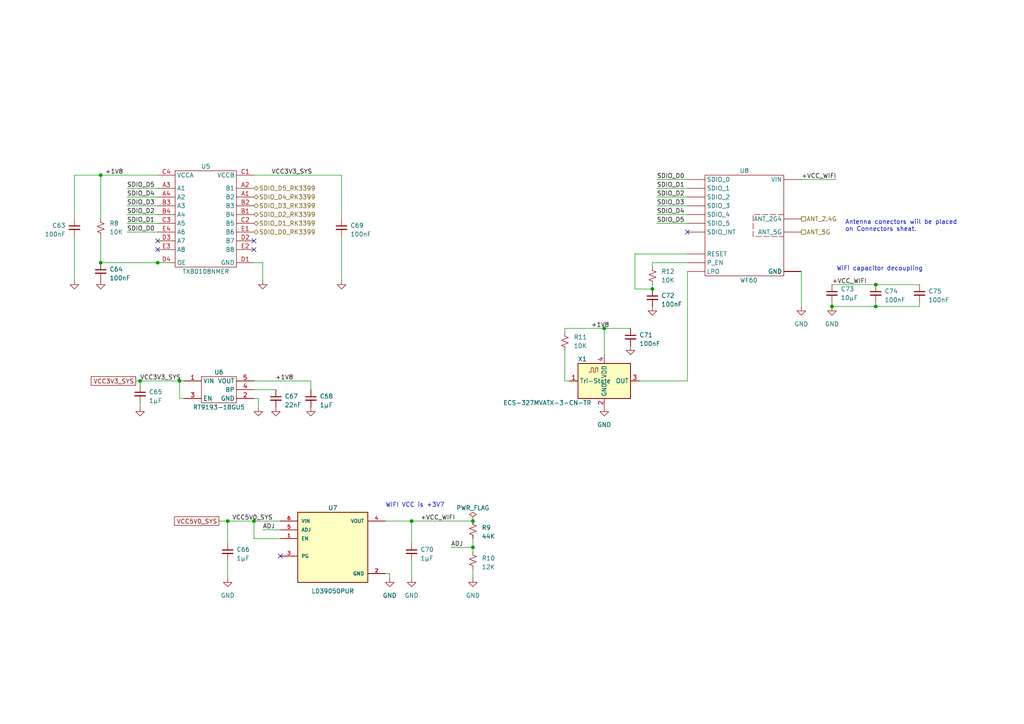
<source format=kicad_sch>
(kicad_sch (version 20231120) (generator "eeschema") (generator_version "8.0")
  (paper "A4")
  (title_block (title "WiFi circuit") (date "2023-04-04") (rev "A"))
  (lib_symbols
    (symbol "Device:C_Small" (pin_numbers hide) (pin_names (offset 0.254) hide)
      (property "Reference" "C" (at 0.254 1.778 0))
      (property "Value" "C_Small" (at 0.254 -2.032 0))
      (symbol "C_Small_0_1"
        (polyline (pts (xy -1.524 -0.508) (xy 1.524 -0.508)) (stroke (width 0.3302)))
        (polyline (pts (xy -1.524 0.508) (xy 1.524 0.508)) (stroke (width 0.3048)))
      )
      (symbol "C_Small_1_1"
        (pin passive line (at 0 2.54 270) (length 2.032) (name "~") (number "1"))
        (pin passive line (at 0 -2.54 90) (length 2.032) (name "~") (number "2"))
      )
    )
    (symbol "Device:R_Small_US" (pin_numbers hide) (pin_names (offset 0.254) hide)
      (property "Reference" "R" (at 0.762 0.508 0))
      (property "Value" "R_Small_US" (at 0.762 -1.016 0))
      (symbol "R_Small_US_1_1"
        (polyline (pts (xy 0 0) (xy 1.016 -0.381) (xy 0 -0.762) (xy -1.016 -1.143) (xy 0 -1.524)))
        (polyline (pts (xy 0 1.524) (xy 1.016 1.143) (xy 0 0.762) (xy -1.016 0.381) (xy 0 0)))
        (pin passive line (at 0 2.54 270) (length 1.016) (name "~") (number "1"))
        (pin passive line (at 0 -2.54 90) (length 1.016) (name "~") (number "2"))
      )
    )
    (symbol "GND_1" (power) (pin_names (offset 0))
      (property "Value" "GND_1" (at 0 -3.81 0))
      (symbol "GND_1_0_1"
        (polyline (pts (xy 0 0) (xy 0 -1.27) (xy 1.27 -1.27) (xy 0 -2.54) (xy -1.27 -1.27) (xy 0 -1.27)))
      )
      (symbol "GND_1_1_1"
        (pin power_in line (at 0 0 270) (length 0) hide (name "GND") (number "1"))
      )
    )
    (symbol "LD39050PUR:LD39050PUR" (pin_names (offset 1.016))
      (property "Reference" "U" (at -10.16 10.16 0))
      (property "Value" "LD39050PUR" (at -10.16 -12.7 0))
      (symbol "LD39050PUR_0_0"
        (rectangle (start -10.16 -10.16) (end 10.16 10.16) (stroke (width 0.254)) (fill (type background)))
        (pin input line (at -15.24 2.54 0) (length 5.08) (name "EN") (number "1"))
        (pin power_in line (at 15.24 -7.62 180) (length 5.08) (name "GND") (number "2"))
        (pin bidirectional line (at -15.24 -2.54 0) (length 5.08) (name "PG") (number "3"))
        (pin output line (at 15.24 7.62 180) (length 5.08) (name "VOUT") (number "4"))
        (pin input line (at -15.24 5.08 0) (length 5.08) (name "ADJ") (number "5"))
        (pin input line (at -15.24 7.62 0) (length 5.08) (name "VIN") (number "6"))
        (pin power_in line (at 15.24 -7.62 180) (length 5.08) (name "GND") (number "7"))
      )
    )
    (symbol "Oscillator:ECS-2520MV-xxx-xx"
      (property "Reference" "X" (at -5.08 6.35 0))
      (property "Value" "ECS-2520MV-xxx-xx" (at 1.27 -6.35 0))
      (symbol "ECS-2520MV-xxx-xx_0_1"
        (rectangle (start -7.62 5.08) (end 7.62 -5.08) (stroke (width 0.254)) (fill (type background)))
        (polyline (pts (xy -4.445 2.54) (xy -3.81 2.54) (xy -3.81 3.81) (xy -3.175 3.81) (xy -3.175 2.54) (xy -2.54 2.54) (xy -2.54 3.81) (xy -1.905 3.81) (xy -1.905 2.54)))
      )
      (symbol "ECS-2520MV-xxx-xx_1_1"
        (pin input line (at -10.16 0 0) (length 2.54) (name "Tri-State") (number "1"))
        (pin power_in line (at 0 -7.62 90) (length 2.54) (name "GND") (number "2"))
        (pin output line (at 10.16 0 180) (length 2.54) (name "OUT") (number "3"))
        (pin power_in line (at 0 7.62 270) (length 2.54) (name "VDD") (number "4"))
      )
    )
    (symbol "emilio_lib:RT9193-18GU5"
      (property "Reference" "U" (at 0 0 0))
      (symbol "RT9193-18GU5_1_1"
        (rectangle (start -5.08 3.81) (end 5.08 -3.81))
        (pin power_in line (at -10.16 2.54 0) (length 5.08) (name "VIN") (number "1"))
        (pin power_in line (at 10.16 -2.54 180) (length 5.08) (name "GND") (number "2"))
        (pin passive line (at -10.16 -2.54 0) (length 5.08) (name "EN") (number "3"))
        (pin passive line (at 10.16 0 180) (length 5.08) (name "BP") (number "4"))
        (pin power_in line (at 10.16 2.54 180) (length 5.08) (name "VOUT") (number "5"))
      )
    )
    (symbol "emilio_lib:TXB0108NMER"
      (property "Reference" "U" (at 0 0 0))
      (symbol "TXB0108NMER_1_1"
        (rectangle (start -8.89 13.97) (end 8.89 -13.97))
        (pin bidirectional line (at 13.97 6.35 180) (length 5.08) (name "B2") (number "A1"))
        (pin bidirectional line (at 13.97 8.89 180) (length 5.08) (name "B1") (number "A2"))
        (pin bidirectional line (at -13.97 8.89 0) (length 5.08) (name "A1") (number "A3"))
        (pin bidirectional line (at -13.97 6.35 0) (length 5.08) (name "A2") (number "A4"))
        (pin bidirectional line (at 13.97 1.27 180) (length 5.08) (name "B4") (number "B1"))
        (pin bidirectional line (at 13.97 3.81 180) (length 5.08) (name "B3") (number "B2"))
        (pin bidirectional line (at -13.97 3.81 0) (length 5.08) (name "A3") (number "B3"))
        (pin bidirectional line (at -13.97 1.27 0) (length 5.08) (name "A4") (number "B4"))
        (pin power_in line (at 13.97 12.7 180) (length 5.08) (name "VCCB") (number "C1"))
        (pin bidirectional line (at 13.97 -1.27 180) (length 5.08) (name "B5") (number "C2"))
        (pin bidirectional line (at -13.97 -1.27 0) (length 5.08) (name "A5") (number "C3"))
        (pin power_in line (at -13.97 12.7 0) (length 5.08) (name "VCCA") (number "C4"))
        (pin power_in line (at 13.97 -12.7 180) (length 5.08) (name "GND") (number "D1"))
        (pin bidirectional line (at 13.97 -6.35 180) (length 5.08) (name "B7") (number "D2"))
        (pin bidirectional line (at -13.97 -6.35 0) (length 5.08) (name "A7") (number "D3"))
        (pin bidirectional line (at -13.97 -12.7 0) (length 5.08) (name "OE") (number "D4"))
        (pin bidirectional line (at 13.97 -3.81 180) (length 5.08) (name "B6") (number "E1"))
        (pin bidirectional line (at 13.97 -8.89 180) (length 5.08) (name "B8") (number "E2"))
        (pin bidirectional line (at -13.97 -8.89 0) (length 5.08) (name "A8") (number "E3"))
        (pin bidirectional line (at -13.97 -3.81 0) (length 5.08) (name "A6") (number "E4"))
      )
    )
    (symbol "emilio_lib:WF60" (pin_numbers hide)
      (property "Reference" "U" (at -11.43 16.51 0))
      (symbol "WF60_0_1"
        (rectangle (start -12.7 15.24) (end 10.16 -13.97))
      )
      (symbol "WF60_1_1"
        (polyline (pts (xy 10.16 3.81) (xy 1.27 3.81) (xy 1.27 -2.54) (xy 10.16 -2.54)) (stroke (width 0) (type dash)))
        (pin bidirectional line (at -17.78 1.27 0) (length 5.08) (name "SDIO_5") (number "1"))
        (pin power_in line (at 15.24 -12.7 180) (length 5.08) (name "GND") (number "10"))
        (pin passive line (at -17.78 -1.27 0) (length 5.08) (name "SDIO_INT") (number "11"))
        (pin input line (at -17.78 -7.62 0) (length 5.08) (name "RESET") (number "12"))
        (pin input line (at -17.78 -10.16 0) (length 5.08) (name "P_EN") (number "13"))
        (pin power_in line (at 15.24 -12.7 180) (length 5.08) (name "GND") (number "14"))
        (pin power_in line (at 15.24 13.97 180) (length 5.08) (name "VIN") (number "15"))
        (pin input line (at -17.78 -12.7 0) (length 5.08) (name "LPO") (number "16"))
        (pin bidirectional line (at -17.78 3.81 0) (length 5.08) (name "SDIO_4") (number "17"))
        (pin bidirectional line (at -17.78 6.35 0) (length 5.08) (name "SDIO_3") (number "18"))
        (pin bidirectional line (at -17.78 8.89 0) (length 5.08) (name "SDIO_2") (number "2"))
        (pin bidirectional line (at -17.78 11.43 0) (length 5.08) (name "SDIO_1") (number "3"))
        (pin bidirectional line (at -17.78 13.97 0) (length 5.08) (name "SDIO_0") (number "4"))
        (pin power_in line (at 15.24 -12.7 180) (length 5.08) (name "GND") (number "5"))
        (pin passive line (at 15.24 2.54 180) (length 5.08) (name "ANT_2G4") (number "6"))
        (pin power_in line (at 15.24 -12.7 180) (length 5.08) (name "GND") (number "7"))
        (pin power_in line (at 15.24 -12.7 180) (length 5.08) (name "GND") (number "8"))
        (pin passive line (at 15.24 -1.27 180) (length 5.08) (name "ANT_5G") (number "9"))
      )
    )
    (symbol "power:GND" (power) (pin_names (offset 0))
      (property "Value" "GND" (at 0 -3.81 0))
      (symbol "GND_0_1"
        (polyline (pts (xy 0 0) (xy 0 -1.27) (xy 1.27 -1.27) (xy 0 -2.54) (xy -1.27 -1.27) (xy 0 -1.27)))
      )
      (symbol "GND_1_1"
        (pin power_in line (at 0 0 270) (length 0) hide (name "GND") (number "1"))
      )
    )
    (symbol "power:PWR_FLAG" (power) (pin_numbers hide) (pin_names (offset 0) hide)
      (property "Value" "PWR_FLAG" (at 0 3.81 0))
      (symbol "PWR_FLAG_0_0"
        (pin power_out line (at 0 0 90) (length 0) (name "pwr") (number "1"))
      )
      (symbol "PWR_FLAG_0_1"
        (polyline (pts (xy 0 0) (xy 0 1.27) (xy -1.016 1.905) (xy 0 2.54) (xy 1.016 1.905) (xy 0 1.27)))
      )
    )
  )
  (junction (at 254 88.9))
  (junction (at 137.16 151.13))
  (junction (at 241.3 88.9))
  (junction (at 73.66 151.13))
  (junction (at 29.21 76.2))
  (junction (at 137.16 158.75))
  (junction (at 52.07 110.49))
  (junction (at 254 82.55))
  (junction (at 40.64 110.49))
  (junction (at 175.26 95.25))
  (junction (at 119.38 151.13))
  (junction (at 45.72 76.2))
  (junction (at 189.23 83.82))
  (junction (at 29.21 50.8))
  (junction (at 66.04 151.13))
  (no_connect (at 45.72 72.39))
  (no_connect (at 199.39 67.31))
  (no_connect (at 81.28 161.29))
  (no_connect (at 73.66 69.85))
  (no_connect (at 73.66 72.39))
  (no_connect (at 45.72 69.85))
  (wire (pts (xy 66.04 167.64) (xy 66.04 162.56)))
  (wire (pts (xy 241.3 87.63) (xy 241.3 88.9)))
  (wire (pts (xy 40.64 116.84) (xy 40.64 118.11)))
  (wire (pts (xy 76.2 153.67) (xy 81.28 153.67)))
  (wire (pts (xy 73.66 156.21) (xy 73.66 151.13)))
  (wire (pts (xy 36.83 67.31) (xy 45.72 67.31)))
  (wire (pts (xy 73.66 151.13) (xy 81.28 151.13)))
  (wire (pts (xy 189.23 82.55) (xy 189.23 83.82)))
  (wire (pts (xy 53.34 115.57) (xy 52.07 115.57)))
  (wire (pts (xy 29.21 50.8) (xy 45.72 50.8)))
  (wire (pts (xy 190.5 64.77) (xy 199.39 64.77)))
  (wire (pts (xy 81.28 156.21) (xy 73.66 156.21)))
  (wire (pts (xy 36.83 62.23) (xy 45.72 62.23)))
  (wire (pts (xy 137.16 160.02) (xy 137.16 158.75)))
  (wire (pts (xy 190.5 62.23) (xy 199.39 62.23)))
  (wire (pts (xy 199.39 73.66) (xy 184.15 73.66)))
  (wire (pts (xy 165.1 110.49) (xy 163.83 110.49)))
  (wire (pts (xy 137.16 167.64) (xy 137.16 165.1)))
  (wire (pts (xy 266.7 87.63) (xy 266.7 88.9)))
  (wire (pts (xy 199.39 78.74) (xy 199.39 110.49)))
  (wire (pts (xy 36.83 59.69) (xy 45.72 59.69)))
  (wire (pts (xy 119.38 157.48) (xy 119.38 151.13)))
  (wire (pts (xy 99.06 68.58) (xy 99.06 81.28)))
  (wire (pts (xy 119.38 167.64) (xy 119.38 162.56)))
  (wire (pts (xy 241.3 88.9) (xy 254 88.9)))
  (wire (pts (xy 29.21 68.58) (xy 29.21 76.2)))
  (wire (pts (xy 63.5 151.13) (xy 66.04 151.13)))
  (wire (pts (xy 163.83 95.25) (xy 163.83 96.52)))
  (wire (pts (xy 119.38 151.13) (xy 137.16 151.13)))
  (wire (pts (xy 175.26 95.25) (xy 175.26 102.87)))
  (wire (pts (xy 189.23 76.2) (xy 189.23 77.47)))
  (wire (pts (xy 184.15 83.82) (xy 189.23 83.82)))
  (wire (pts (xy 190.5 52.07) (xy 199.39 52.07)))
  (wire (pts (xy 21.59 50.8) (xy 21.59 63.5)))
  (wire (pts (xy 232.41 78.74) (xy 232.41 88.9)))
  (wire (pts (xy 111.76 166.37) (xy 113.03 166.37)))
  (wire (pts (xy 90.17 110.49) (xy 73.66 110.49)))
  (wire (pts (xy 73.66 76.2) (xy 76.2 76.2)))
  (wire (pts (xy 254 88.9) (xy 266.7 88.9)))
  (wire (pts (xy 52.07 110.49) (xy 53.34 110.49)))
  (wire (pts (xy 39.37 110.49) (xy 40.64 110.49)))
  (wire (pts (xy 241.3 82.55) (xy 254 82.55)))
  (wire (pts (xy 137.16 156.21) (xy 137.16 158.75)))
  (wire (pts (xy 99.06 50.8) (xy 73.66 50.8)))
  (wire (pts (xy 36.83 54.61) (xy 45.72 54.61)))
  (wire (pts (xy 40.64 111.76) (xy 40.64 110.49)))
  (wire (pts (xy 130.81 158.75) (xy 137.16 158.75)))
  (wire (pts (xy 185.42 110.49) (xy 199.39 110.49)))
  (wire (pts (xy 175.26 95.25) (xy 182.88 95.25)))
  (wire (pts (xy 29.21 76.2) (xy 45.72 76.2)))
  (wire (pts (xy 40.64 110.49) (xy 52.07 110.49)))
  (wire (pts (xy 163.83 110.49) (xy 163.83 101.6)))
  (wire (pts (xy 66.04 151.13) (xy 66.04 157.48)))
  (wire (pts (xy 76.2 76.2) (xy 76.2 81.28)))
  (wire (pts (xy 21.59 81.28) (xy 21.59 68.58)))
  (wire (pts (xy 190.5 59.69) (xy 199.39 59.69)))
  (wire (pts (xy 36.83 57.15) (xy 45.72 57.15)))
  (wire (pts (xy 73.66 115.57) (xy 74.93 115.57)))
  (wire (pts (xy 232.41 52.07) (xy 242.57 52.07)))
  (wire (pts (xy 254 87.63) (xy 254 88.9)))
  (wire (pts (xy 49.53 76.2) (xy 45.72 76.2)))
  (wire (pts (xy 163.83 95.25) (xy 175.26 95.25)))
  (wire (pts (xy 66.04 151.13) (xy 73.66 151.13)))
  (wire (pts (xy 254 82.55) (xy 266.7 82.55)))
  (wire (pts (xy 119.38 151.13) (xy 111.76 151.13)))
  (wire (pts (xy 113.03 166.37) (xy 113.03 167.64)))
  (wire (pts (xy 52.07 110.49) (xy 52.07 115.57)))
  (wire (pts (xy 21.59 50.8) (xy 29.21 50.8)))
  (wire (pts (xy 99.06 63.5) (xy 99.06 50.8)))
  (wire (pts (xy 73.66 113.03) (xy 80.01 113.03)))
  (wire (pts (xy 29.21 50.8) (xy 29.21 63.5)))
  (wire (pts (xy 189.23 76.2) (xy 199.39 76.2)))
  (wire (pts (xy 190.5 57.15) (xy 199.39 57.15)))
  (wire (pts (xy 90.17 113.03) (xy 90.17 110.49)))
  (wire (pts (xy 74.93 115.57) (xy 74.93 118.11)))
  (wire (pts (xy 36.83 64.77) (xy 45.72 64.77)))
  (wire (pts (xy 190.5 54.61) (xy 199.39 54.61)))
  (wire (pts (xy 184.15 73.66) (xy 184.15 83.82)))
  (text "WIFI VCC is +3V7" (at 111.76 147.32 0) (effects (font (size 1.27 1.27)) (justify left bottom)))
  (text "Antenna conectors wiil be placed \non Connectors sheat. " (at 245.11 67.31 0) (effects (font (size 1.27 1.27)) (justify left bottom)))
  (text "WiFi capacitor decoupling" (at 242.57 78.74 0) (effects (font (size 1.27 1.27)) (justify left bottom)))
  (label "SDIO_D3" (at 190.5 59.69 0))
  (label "SDIO_D3" (at 36.83 59.69 0))
  (label "VCC3V3_SYS" (at 40.64 110.49 0))
  (label "SDIO_D1" (at 36.83 64.77 0))
  (label "SDIO_D4" (at 190.5 62.23 0))
  (label "SDIO_D0" (at 190.5 52.07 0))
  (label "VCC5V0_SYS" (at 67.31 151.13 0))
  (label "SDIO_D0" (at 36.83 67.31 0))
  (label "+1V8" (at 30.48 50.8 0))
  (label "+VCC_WIFI" (at 241.3 82.55 0))
  (label "+1V8" (at 171.45 95.25 0))
  (label "SDIO_D4" (at 36.83 57.15 0))
  (label "SDIO_D5" (at 190.5 64.77 0))
  (label "+VCC_WIFI" (at 121.92 151.13 0))
  (label "SDIO_D1" (at 190.5 54.61 0))
  (label "SDIO_D2" (at 36.83 62.23 0))
  (label "ADJ" (at 76.2 153.67 0))
  (label "VCC3V3_SYS" (at 78.74 50.8 0))
  (label "SDIO_D2" (at 190.5 57.15 0))
  (label "+1V8" (at 85.09 110.49 180))
  (label "ADJ" (at 130.81 158.75 0))
  (label "+VCC_WIFI" (at 242.57 52.07 180))
  (label "SDIO_D5" (at 36.83 54.61 0))
  (global_label "VCC5V0_SYS" (shape passive) (at 63.5 151.13 180) (property "Intersheetrefs" "${INTERSHEET_REFS}" (effects (hide yes))))
  (global_label "VCC3V3_SYS" (shape passive) (at 39.37 110.49 180) (property "Intersheetrefs" "${INTERSHEET_REFS}" (effects (hide yes))))
  (hierarchical_label "SDIO_D3_RK3399" (shape bidirectional) (at 73.66 59.69 0))
  (hierarchical_label "ANT_5G" (shape passive) (at 232.41 67.31 0))
  (hierarchical_label "SDIO_D5_RK3399" (shape bidirectional) (at 73.66 54.61 0))
  (hierarchical_label "SDIO_D2_RK3399" (shape bidirectional) (at 73.66 62.23 0))
  (hierarchical_label "SDIO_D0_RK3399" (shape bidirectional) (at 73.66 67.31 0))
  (hierarchical_label "SDIO_D1_RK3399" (shape bidirectional) (at 73.66 64.77 0))
  (hierarchical_label "ANT_2.4G" (shape passive) (at 232.41 63.5 0))
  (hierarchical_label "SDIO_D4_RK3399" (shape bidirectional) (at 73.66 57.15 0))
  (symbol (lib_id "emilio_lib:TXB0108NMER") (at 59.69 63.5 0) (unit 1)
    (property "Reference" "U5" (at 59.69 48.26 0))
    (property "Value" "TXB0108NMER" (at 59.69 78.74 0))
  )
  (symbol (lib_id "Device:C_Small") (at 119.38 160.02 0) (unit 1)
    (property "Reference" "C70" (at 121.92 159.3913 0) (effects (justify left)))
    (property "Value" "1µF" (at 121.92 161.9313 0) (effects (justify left)))
    (property "Footprint" "Capacitor_SMD:C_0603_1608Metric" (effects (hide yes)))
  )
  (symbol (lib_id "LD39050PUR:LD39050PUR") (at 96.52 158.75 0) (unit 1)
    (property "Reference" "U7" (at 96.52 147.32 0))
    (property "Value" "LD39050PUR" (at 96.52 171.45 0))
    (property "Footprint" "SON95P300X300X100-7N" (effects (hide yes)))
    (property "PARTREV" "4" (effects (hide yes)))
    (property "STANDARD" "IPC7351B" (effects (hide yes)))
    (property "MANUFACTURER" "ST Microelectronics" (effects (hide yes)))
  )
  (symbol (lib_name "GND_1") (lib_id "power:GND") (at 241.3 88.9 0) (unit 1)
    (property "Reference" "#PWR044" (effects (hide yes)))
    (property "Value" "GND" (at 241.3 93.98 0))
  )
  (symbol (lib_id "power:GND") (at 90.17 118.11 0) (unit 1)
    (property "Reference" "#PWR035" (effects (hide yes)))
    (property "Value" "GND" (effects (hide yes)))
  )
  (symbol (lib_id "power:GND") (at 40.64 118.11 0) (unit 1)
    (property "Reference" "#PWR030" (effects (hide yes)))
    (property "Value" "GND" (effects (hide yes)))
  )
  (symbol (lib_id "power:GND") (at 21.59 81.28 0) (unit 1)
    (property "Reference" "#PWR028" (effects (hide yes)))
    (property "Value" "GND" (effects (hide yes)))
  )
  (symbol (lib_id "power:GND") (at 74.93 118.11 0) (unit 1)
    (property "Reference" "#PWR032" (effects (hide yes)))
    (property "Value" "GND" (effects (hide yes)))
  )
  (symbol (lib_id "Oscillator:ECS-2520MV-xxx-xx") (at 175.26 110.49 0) (unit 1)
    (property "Reference" "X1" (at 168.91 104.14 0))
    (property "Value" "ECS-327MVATX-3-CN-TR" (at 158.75 116.84 0))
    (property "Footprint" "Oscillator:Oscillator_SMD_ECS_2520MV-xxx-xx-4Pin_2.5x2.0mm" (effects (hide yes)))
    (property "Datasheet" "https://www.ecsxtal.com/store/pdf/ECS-2520MV.pdf" (effects (hide yes)))
  )
  (symbol (lib_id "power:GND") (at 80.01 118.11 0) (unit 1)
    (property "Reference" "#PWR034" (effects (hide yes)))
    (property "Value" "GND" (effects (hide yes)))
  )
  (symbol (lib_name "GND_1") (lib_id "power:GND") (at 119.38 167.64 0) (unit 1)
    (property "Reference" "#PWR038" (effects (hide yes)))
    (property "Value" "GND" (at 119.38 172.72 0))
  )
  (symbol (lib_id "power:GND") (at 99.06 81.28 0) (unit 1)
    (property "Reference" "#PWR036" (effects (hide yes)))
    (property "Value" "GND" (effects (hide yes)))
  )
  (symbol (lib_id "Device:R_Small_US") (at 189.23 80.01 0) (unit 1)
    (property "Reference" "R12" (at 191.77 78.7399 0) (effects (justify left)))
    (property "Value" "10K" (at 191.77 81.2799 0) (effects (justify left)))
    (property "Footprint" "Resistor_SMD:R_0402_1005Metric" (effects (hide yes)))
  )
  (symbol (lib_name "GND_1") (lib_id "power:GND") (at 66.04 167.64 0) (unit 1)
    (property "Reference" "#PWR031" (effects (hide yes)))
    (property "Value" "GND" (at 66.04 172.72 0))
  )
  (symbol (lib_id "power:GND") (at 29.21 81.28 0) (unit 1)
    (property "Reference" "#PWR029" (effects (hide yes)))
    (property "Value" "GND" (effects (hide yes)))
  )
  (symbol (lib_name "GND_1") (lib_id "power:GND") (at 175.26 118.11 0) (unit 1)
    (property "Reference" "#PWR040" (effects (hide yes)))
    (property "Value" "GND" (at 175.26 123.19 0))
  )
  (symbol (lib_id "Device:C_Small") (at 90.17 115.57 0) (unit 1)
    (property "Reference" "C68" (at 92.71 114.9413 0) (effects (justify left)))
    (property "Value" "1µF" (at 92.71 117.4813 0) (effects (justify left)))
    (property "Footprint" "Capacitor_SMD:C_0603_1608Metric" (effects (hide yes)))
  )
  (symbol (lib_id "power:GND") (at 182.88 100.33 0) (unit 1)
    (property "Reference" "#PWR041" (effects (hide yes)))
    (property "Value" "GND" (effects (hide yes)))
  )
  (symbol (lib_id "Device:C_Small") (at 99.06 66.04 0) (unit 1)
    (property "Reference" "C69" (at 101.6 65.4113 0) (effects (justify left)))
    (property "Value" "100nF" (at 101.6 67.9513 0) (effects (justify left)))
    (property "Footprint" "Capacitor_SMD:C_0201_0603Metric" (effects (hide yes)))
  )
  (symbol (lib_id "Device:C_Small") (at 21.59 66.04 0) (mirror y) (unit 1)
    (property "Reference" "C63" (at 19.05 65.4113 0) (effects (justify left)))
    (property "Value" "100nF" (at 19.05 67.9513 0) (effects (justify left)))
    (property "Footprint" "Capacitor_SMD:C_0201_0603Metric" (effects (hide yes)))
  )
  (symbol (lib_id "power:GND") (at 76.2 81.28 0) (unit 1)
    (property "Reference" "#PWR033" (effects (hide yes)))
    (property "Value" "GND" (effects (hide yes)))
  )
  (symbol (lib_id "Device:C_Small") (at 29.21 78.74 0) (unit 1)
    (property "Reference" "C64" (at 31.75 78.1113 0) (effects (justify left)))
    (property "Value" "100nF" (at 31.75 80.6513 0) (effects (justify left)))
    (property "Footprint" "Capacitor_SMD:C_0201_0603Metric" (effects (hide yes)))
  )
  (symbol (lib_id "emilio_lib:RT9193-18GU5") (at 63.5 113.03 0) (unit 1)
    (property "Reference" "U6" (at 63.5 107.95 0))
    (property "Value" "RT9193-18GU5" (at 63.5 118.11 0))
  )
  (symbol (lib_id "Device:C_Small") (at 241.3 85.09 0) (unit 1)
    (property "Reference" "C73" (at 243.84 83.8262 0) (effects (justify left)))
    (property "Value" "10µF" (at 243.84 86.3662 0) (effects (justify left)))
    (property "Footprint" "Capacitor_SMD:C_0603_1608Metric" (effects (hide yes)))
  )
  (symbol (lib_id "Device:C_Small") (at 266.7 85.09 0) (unit 1)
    (property "Reference" "C75" (at 269.24 84.4613 0) (effects (justify left)))
    (property "Value" "100nF" (at 269.24 87.0013 0) (effects (justify left)))
    (property "Footprint" "Capacitor_SMD:C_0201_0603Metric" (effects (hide yes)))
  )
  (symbol (lib_id "Device:R_Small_US") (at 29.21 66.04 0) (unit 1)
    (property "Reference" "R8" (at 31.75 64.7699 0) (effects (justify left)))
    (property "Value" "10K" (at 31.75 67.3099 0) (effects (justify left)))
    (property "Footprint" "Resistor_SMD:R_0402_1005Metric" (effects (hide yes)))
  )
  (symbol (lib_id "Device:C_Small") (at 40.64 114.3 0) (unit 1)
    (property "Reference" "C65" (at 43.18 113.6713 0) (effects (justify left)))
    (property "Value" "1µF" (at 43.18 116.2113 0) (effects (justify left)))
    (property "Footprint" "Capacitor_SMD:C_0603_1608Metric" (effects (hide yes)))
  )
  (symbol (lib_id "Device:R_Small_US") (at 137.16 162.56 0) (unit 1)
    (property "Reference" "R10" (at 139.7 161.925 0) (effects (justify left)))
    (property "Value" "12K" (at 139.7 164.465 0) (effects (justify left)))
    (property "Footprint" "Resistor_SMD:R_0402_1005Metric" (effects (hide yes)))
  )
  (symbol (lib_id "Device:R_Small_US") (at 137.16 153.67 0) (unit 1)
    (property "Reference" "R9" (at 139.7 153.035 0) (effects (justify left)))
    (property "Value" "44K" (at 139.7 155.575 0) (effects (justify left)))
    (property "Footprint" "Resistor_SMD:R_0402_1005Metric" (effects (hide yes)))
  )
  (symbol (lib_name "GND_1") (lib_id "power:GND") (at 113.03 167.64 0) (unit 1)
    (property "Reference" "#PWR037" (effects (hide yes)))
    (property "Value" "GND" (at 113.03 172.72 0))
  )
  (symbol (lib_id "Device:C_Small") (at 182.88 97.79 0) (unit 1)
    (property "Reference" "C71" (at 185.42 97.1613 0) (effects (justify left)))
    (property "Value" "100nF" (at 185.42 99.7013 0) (effects (justify left)))
    (property "Footprint" "Capacitor_SMD:C_0201_0603Metric" (effects (hide yes)))
  )
  (symbol (lib_id "Device:R_Small_US") (at 163.83 99.06 0) (unit 1)
    (property "Reference" "R11" (at 166.37 97.7899 0) (effects (justify left)))
    (property "Value" "10K" (at 166.37 100.3299 0) (effects (justify left)))
    (property "Footprint" "Resistor_SMD:R_0402_1005Metric" (effects (hide yes)))
  )
  (symbol (lib_id "Device:C_Small") (at 66.04 160.02 0) (unit 1)
    (property "Reference" "C66" (at 68.58 159.3913 0) (effects (justify left)))
    (property "Value" "1µF" (at 68.58 161.9313 0) (effects (justify left)))
    (property "Footprint" "Capacitor_SMD:C_0603_1608Metric" (effects (hide yes)))
  )
  (symbol (lib_id "Device:C_Small") (at 189.23 86.36 0) (unit 1)
    (property "Reference" "C72" (at 191.77 85.7313 0) (effects (justify left)))
    (property "Value" "100nF" (at 191.77 88.2713 0) (effects (justify left)))
    (property "Footprint" "Capacitor_SMD:C_0201_0603Metric" (effects (hide yes)))
  )
  (symbol (lib_id "emilio_lib:WF60") (at 217.17 66.04 0) (unit 1)
    (property "Reference" "U8" (at 215.9 49.53 0))
    (property "Value" "WF60" (at 217.17 81.28 0))
  )
  (symbol (lib_id "power:GND") (at 189.23 88.9 0) (unit 1)
    (property "Reference" "#PWR042" (effects (hide yes)))
    (property "Value" "GND" (effects (hide yes)))
  )
  (symbol (lib_id "Device:C_Small") (at 254 85.09 0) (unit 1)
    (property "Reference" "C74" (at 256.54 84.4613 0) (effects (justify left)))
    (property "Value" "100nF" (at 256.54 87.0013 0) (effects (justify left)))
    (property "Footprint" "Capacitor_SMD:C_0201_0603Metric" (effects (hide yes)))
  )
  (symbol (lib_id "Device:C_Small") (at 80.01 115.57 0) (unit 1)
    (property "Reference" "C67" (at 82.55 114.9413 0) (effects (justify left)))
    (property "Value" "22nF" (at 82.55 117.4813 0) (effects (justify left)))
  )
  (symbol (lib_name "GND_1") (lib_id "power:GND") (at 137.16 167.64 0) (unit 1)
    (property "Reference" "#PWR039" (effects (hide yes)))
    (property "Value" "GND" (at 137.16 172.72 0))
  )
  (symbol (lib_name "GND_1") (lib_id "power:GND") (at 232.41 88.9 0) (unit 1)
    (property "Reference" "#PWR043" (effects (hide yes)))
    (property "Value" "GND" (at 232.41 93.98 0))
  )
  (symbol (lib_id "power:PWR_FLAG") (at 137.16 151.13 0) (unit 1)
    (property "Reference" "#FLG01" (effects (hide yes)))
    (property "Value" "PWR_FLAG" (at 137.16 147.32 0))
  )
)
</source>
